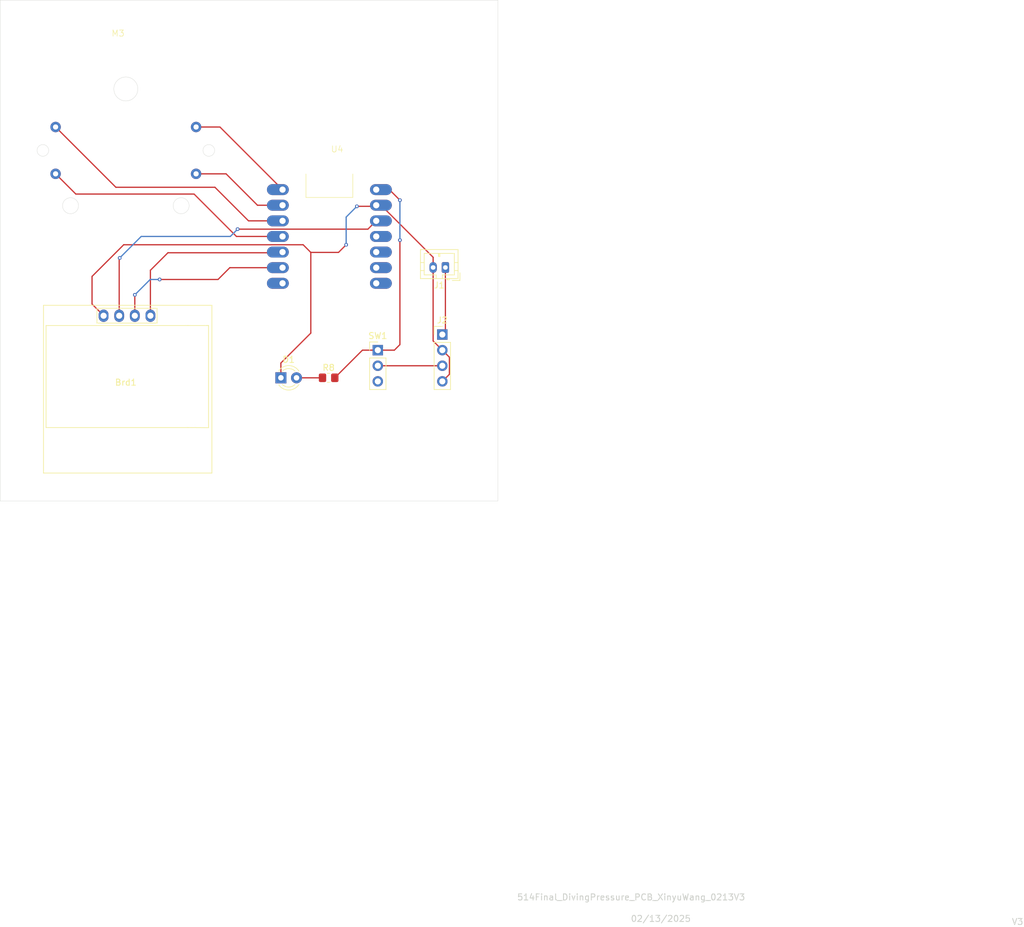
<source format=kicad_pcb>
(kicad_pcb (version 20240108) (generator "pcbnew") (generator_version "8.0")
  (layers (0 "F.Cu" signal) (31 "B.Cu" signal) (34 "B.Paste" user) (35 "F.Paste" user) (36 "B.SilkS" user "B.Silkscreen") (37 "F.SilkS" user "F.Silkscreen") (38 "B.Mask" user) (39 "F.Mask" user) (44 "Edge.Cuts" user))
  (net 0 "")
  (net 1 "Net-(Brd1-SCL)")
  (net 2 "GND")
  (net 3 "Net-(D1-A)")
  (net 4 "Net-(U4-PA10_A2_D2)")
  (net 5 "Net-(U4-PA11_A3_D3)")
  (net 6 "Net-(M3--)")
  (net 7 "Net-(SW1-A)")
  (net 8 "+5V")
  (net 9 "Net-(Brd1-SDA)")
  (net 10 "Net-(U4-PA02_A0_D0)")
  (net 13 "unconnected-(U4-GND-Pad13)")
  (net 15 "unconnected-(U4-5V-Pad14)")
  (net 16 "/3.7V")
  (net 17 "Net-(Brd1-VCC)")
  (footprint "Connector_PinHeader_2.54mm:PinHeader_1x04_P2.54mm_Vertical" (layer "F.Cu") (at 176.402527 97.862527)
    (property "Reference" "J2" (at 0 -2.33 0) (layer "F.SilkS"))
    (property "Value" "DC-DC_Boost")
    (fp_line (start -1.33 -1.33) (end 0 -1.33) (stroke (width 0.12)) (layer "F.SilkS"))
    (fp_line (start -1.33 0) (end -1.33 -1.33) (stroke (width 0.12)) (layer "F.SilkS"))
    (fp_line (start -1.33 1.27) (end -1.33 8.95) (stroke (width 0.12)) (layer "F.SilkS"))
    (fp_line (start -1.33 1.27) (end 1.33 1.27) (stroke (width 0.12)) (layer "F.SilkS"))
    (fp_line (start -1.33 8.95) (end 1.33 8.95) (stroke (width 0.12)) (layer "F.SilkS"))
    (fp_line (start 1.33 1.27) (end 1.33 8.95) (stroke (width 0.12)) (layer "F.SilkS"))
    (pad "1" thru_hole rect (at 0 0) (size 1.7 1.7) (drill 1) (layers "*.Cu" "*.Mask") (net 16 "/3.7V"))
    (pad "2" thru_hole oval (at 0 2.54) (size 1.7 1.7) (drill 1) (layers "*.Cu" "*.Mask") (net 2 "GND"))
    (pad "3" thru_hole oval (at 0 5.08) (size 1.7 1.7) (drill 1) (layers "*.Cu" "*.Mask") (net 8 "+5V"))
    (pad "4" thru_hole oval (at 0 7.62) (size 1.7 1.7) (drill 1) (layers "*.Cu" "*.Mask") (net 2 "GND"))
  )
  (footprint "Resistor_SMD:R_0805_2012Metric_Pad1.20x1.40mm_HandSolder" (layer "F.Cu") (at 157.902527 104.902527)
    (property "Reference" "R8" (at 0 -1.65 0) (layer "F.SilkS"))
    (property "Value" "4.7k")
    (fp_line (start -0.227064 -0.735) (end 0.227064 -0.735) (stroke (width 0.12)) (layer "F.SilkS"))
    (fp_line (start -0.227064 0.735) (end 0.227064 0.735) (stroke (width 0.12)) (layer "F.SilkS"))
    (pad "1" smd roundrect (at -1 0) (size 1.2 1.4) (layers "F.Cu" "F.Paste" "F.Mask") (roundrect_rratio 0.208333) (net 3 "Net-(D1-A)"))
    (pad "2" smd roundrect (at 1 0) (size 1.2 1.4) (layers "F.Cu" "F.Paste" "F.Mask") (roundrect_rratio 0.208333) (net 7 "Net-(SW1-A)"))
  )
  (footprint "SSD1306:128x64OLED" (layer "F.Cu") (at 124.902527 105.402527)
    (property "Reference" "Brd1" (at 0 0.254 0) (layer "F.SilkS"))
    (property "Value" "SSD1306")
    (fp_line (start -13.4 -12.3) (end 14 -12.3) (stroke (width 0.12)) (layer "F.SilkS"))
    (fp_line (start -13.4 15) (end -13.4 -12.3) (stroke (width 0.12)) (layer "F.SilkS"))
    (fp_line (start -12.978 -9.005) (end 10.122 -9.005) (stroke (width 0.12)) (layer "F.SilkS"))
    (fp_line (start -12.978 7.595) (end -12.978 -9.005) (stroke (width 0.12)) (layer "F.SilkS"))
    (fp_line (start -4.699 -11.811) (end -4.699 -9.398) (stroke (width 0.12)) (layer "F.SilkS"))
    (fp_line (start -4.699 -11.811) (end 5.08 -11.811) (stroke (width 0.12)) (layer "F.SilkS"))
    (fp_line (start 5.08 -11.811) (end 5.08 -9.398) (stroke (width 0.12)) (layer "F.SilkS"))
    (fp_line (start 5.08 -9.398) (end -4.699 -9.398) (stroke (width 0.12)) (layer "F.SilkS"))
    (fp_line (start 10.122 -9.005) (end 13.208 -9.005) (stroke (width 0.12)) (layer "F.SilkS"))
    (fp_line (start 10.122 7.595) (end -12.978 7.595) (stroke (width 0.12)) (layer "F.SilkS"))
    (fp_line (start 10.122 7.595) (end 13.462 7.62) (stroke (width 0.12)) (layer "F.SilkS"))
    (fp_line (start 13.462 -9.017) (end 13.208 -9.005) (stroke (width 0.12)) (layer "F.SilkS"))
    (fp_line (start 13.462 7.62) (end 13.462 -9.017) (stroke (width 0.12)) (layer "F.SilkS"))
    (fp_line (start 14 -12.3) (end 14 15) (stroke (width 0.12)) (layer "F.SilkS"))
    (fp_line (start 14 15) (end -13.4 15) (stroke (width 0.12)) (layer "F.SilkS"))
    (pad "1" thru_hole oval (at -3.62 -10.6 90) (size 2 1.6) (drill 1) (layers "*.Cu" "*.Mask") (net 2 "GND"))
    (pad "2" thru_hole oval (at -1.08 -10.6 90) (size 2 1.6) (drill 1) (layers "*.Cu" "*.Mask") (net 17 "Net-(Brd1-VCC)"))
    (pad "3" thru_hole oval (at 1.46 -10.6 90) (size 2 1.6) (drill 1) (layers "*.Cu" "*.Mask") (net 1 "Net-(Brd1-SCL)"))
    (pad "4" thru_hole oval (at 4 -10.6 90) (size 2 1.6) (drill 1) (layers "*.Cu" "*.Mask") (net 9 "Net-(Brd1-SDA)"))
  )
  (footprint "xiao:XIAO_ESP32_SENSE" (layer "F.Cu") (at 158.022527 81.902527)
    (property "Reference" "U4" (at 1.27 -14.2 0) (layer "F.SilkS") (effects (font (thickness 0.1))))
    (property "Value" "SeeeduinoXIAO")
    (fp_line (start -3.81 -10.16) (end -3.81 -6.35) (stroke (width 0.1)) (layer "F.SilkS"))
    (fp_line (start -3.81 -6.35) (end 3.81 -6.35) (stroke (width 0.1)) (layer "F.SilkS"))
    (fp_line (start 3.81 -6.35) (end 3.81 -10.16) (stroke (width 0.1)) (layer "F.SilkS"))
    (pad "1" thru_hole oval (at -7.62 -7.62) (size 3.556 1.778) (drill 1.016 (offset -0.762 0)) (layers "*.Cu" "*.Mask") (net 10 "Net-(U4-PA02_A0_D0)"))
    (pad "2" thru_hole oval (at -7.62 -5.08) (size 3.556 1.778) (drill 1.016 (offset -0.762 0)) (layers "*.Cu" "*.Mask") (net 6 "Net-(M3--)"))
    (pad "3" thru_hole oval (at -7.62 -2.54) (size 3.556 1.778) (drill 1.016 (offset -0.762 0)) (layers "*.Cu" "*.Mask") (net 4 "Net-(U4-PA10_A2_D2)"))
    (pad "4" thru_hole oval (at -7.62 0) (size 3.556 1.778) (drill 1.016 (offset -0.762 0)) (layers "*.Cu" "*.Mask") (net 5 "Net-(U4-PA11_A3_D3)"))
    (pad "5" thru_hole oval (at -7.62 2.54) (size 3.556 1.778) (drill 1.016 (offset -0.762 0)) (layers "*.Cu" "*.Mask") (net 9 "Net-(Brd1-SDA)"))
    (pad "6" thru_hole oval (at -7.62 5.08) (size 3.556 1.778) (drill 1.016 (offset -0.762 0)) (layers "*.Cu" "*.Mask") (net 1 "Net-(Brd1-SCL)"))
    (pad "7" thru_hole oval (at -7.62 7.62) (size 3.556 1.778) (drill 1.016 (offset -0.762 0)) (layers "*.Cu" "*.Mask"))
    (pad "8" thru_hole oval (at 7.62 -7.62) (size 3.556 1.778) (drill 1.016 (offset 0.762 0)) (layers "*.Cu" "*.Mask") (net 7 "Net-(SW1-A)"))
    (pad "9" thru_hole oval (at 7.62 -5.08) (size 3.556 1.778) (drill 1.016 (offset 0.762 0)) (layers "*.Cu" "*.Mask") (net 2 "GND"))
    (pad "10" thru_hole oval (at 7.62 -2.54) (size 3.556 1.778) (drill 1.016 (offset 0.762 0)) (layers "*.Cu" "*.Mask") (net 17 "Net-(Brd1-VCC)"))
    (pad "11" thru_hole oval (at 7.62 0) (size 3.556 1.778) (drill 1.016 (offset 0.762 0)) (layers "*.Cu" "*.Mask"))
    (pad "12" thru_hole oval (at 7.62 2.54) (size 3.556 1.778) (drill 1.016 (offset 0.762 0)) (layers "*.Cu" "*.Mask"))
    (pad "13" thru_hole oval (at 7.62 5.08) (size 3.556 1.778) (drill 1.016 (offset 0.762 0)) (layers "*.Cu" "*.Mask") (net 13 "unconnected-(U4-GND-Pad13)"))
    (pad "14" thru_hole oval (at 7.62 7.62) (size 3.556 1.778) (drill 1.016 (offset 0.762 0)) (layers "*.Cu" "*.Mask") (net 15 "unconnected-(U4-5V-Pad14)"))
  )
  (footprint "steppermotorx27:x27_stepper_two_holes" (layer "F.Cu") (at 127.442527 78.062527)
    (property "Reference" "M3" (at -3.81 -29.21 0) (layer "F.SilkS") (effects (font (thickness 0.1))))
    (property "Value" "Stepper_Motor_bipolar")
    (fp_circle (center -16.04 -10.16) (end -15.09 -10.16) (stroke (width 0.05)) (fill none) (layer "Edge.Cuts"))
    (fp_circle (center -11.54 -1.16) (end -10.24 -1.16) (stroke (width 0.05)) (fill none) (layer "Edge.Cuts"))
    (fp_circle (center -2.54 -20.16) (end -0.59 -20.16) (stroke (width 0.05)) (fill none) (layer "Edge.Cuts"))
    (fp_circle (center 6.46 -1.16) (end 7.76 -1.16) (stroke (width 0.05)) (fill none) (layer "Edge.Cuts"))
    (fp_circle (center 10.96 -10.16) (end 11.91 -10.16) (stroke (width 0.05)) (fill none) (layer "Edge.Cuts"))
    (pad "1" thru_hole circle (at 8.89 -13.97) (size 1.7 1.7) (drill 0.85) (layers "*.Cu" "*.Mask") (net 10 "Net-(U4-PA02_A0_D0)"))
    (pad "2" thru_hole circle (at 8.89 -6.35) (size 1.7 1.7) (drill 0.85) (layers "*.Cu" "*.Mask") (net 6 "Net-(M3--)"))
    (pad "3" thru_hole circle (at -13.97 -13.97) (size 1.7 1.7) (drill 0.85) (layers "*.Cu" "*.Mask") (net 4 "Net-(U4-PA10_A2_D2)"))
    (pad "4" thru_hole circle (at -13.97 -6.35) (size 1.7 1.7) (drill 0.85) (layers "*.Cu" "*.Mask") (net 5 "Net-(U4-PA11_A3_D3)"))
  )
  (footprint "Connector_PinHeader_2.54mm:PinHeader_1x03_P2.54mm_Vertical" (layer "F.Cu") (at 165.902527 100.402527)
    (property "Reference" "SW1" (at 0 -2.33 0) (layer "F.SilkS"))
    (property "Value" "SW_SPDT")
    (fp_line (start -1.33 -1.33) (end 0 -1.33) (stroke (width 0.12)) (layer "F.SilkS"))
    (fp_line (start -1.33 0) (end -1.33 -1.33) (stroke (width 0.12)) (layer "F.SilkS"))
    (fp_line (start -1.33 1.27) (end -1.33 6.41) (stroke (width 0.12)) (layer "F.SilkS"))
    (fp_line (start -1.33 1.27) (end 1.33 1.27) (stroke (width 0.12)) (layer "F.SilkS"))
    (fp_line (start -1.33 6.41) (end 1.33 6.41) (stroke (width 0.12)) (layer "F.SilkS"))
    (fp_line (start 1.33 1.27) (end 1.33 6.41) (stroke (width 0.12)) (layer "F.SilkS"))
    (pad "1" thru_hole rect (at 0 0) (size 1.7 1.7) (drill 1) (layers "*.Cu" "*.Mask") (net 7 "Net-(SW1-A)"))
    (pad "2" thru_hole oval (at 0 2.54) (size 1.7 1.7) (drill 1) (layers "*.Cu" "*.Mask") (net 8 "+5V"))
    (pad "3" thru_hole oval (at 0 5.08) (size 1.7 1.7) (drill 1) (layers "*.Cu" "*.Mask"))
  )
  (footprint "LED_THT:LED_D3.0mm" (layer "F.Cu") (at 150.132527 104.902527)
    (property "Reference" "D1" (at 1.27 -2.96 0) (layer "F.SilkS"))
    (property "Value" "LED")
    (fp_line (start -0.29 -1.236) (end -0.29 -1.08) (stroke (width 0.12)) (layer "F.SilkS"))
    (fp_line (start -0.29 1.08) (end -0.29 1.236) (stroke (width 0.12)) (layer "F.SilkS"))
    (fp_arc (start -0.29 -1.235516) (mid 1.365624 -1.987701) (end 2.941397 -1.080061) (stroke (width 0.12)) (layer "F.SilkS"))
    (fp_arc (start 0.229039 -1.08) (mid 1.269965 -1.5) (end 2.31091 -1.080049) (stroke (width 0.12)) (layer "F.SilkS"))
    (fp_arc (start 2.31091 1.080049) (mid 1.269965 1.5) (end 0.229039 1.08) (stroke (width 0.12)) (layer "F.SilkS"))
    (fp_arc (start 2.941397 1.080061) (mid 1.365624 1.987701) (end -0.29 1.235516) (stroke (width 0.12)) (layer "F.SilkS"))
    (pad "1" thru_hole rect (at 0 0) (size 1.8 1.8) (drill 0.9) (layers "*.Cu" "*.Mask") (net 2 "GND"))
    (pad "2" thru_hole circle (at 2.54 0) (size 1.8 1.8) (drill 0.9) (layers "*.Cu" "*.Mask") (net 3 "Net-(D1-A)"))
  )
  (footprint "Connector_JST:JST_PH_B2B-PH-K_1x02_P2.00mm_Vertical" (layer "F.Cu") (at 176.902527 86.952527 180)
    (property "Reference" "J1" (at 1 -2.9 0) (layer "F.SilkS"))
    (property "Value" "LiPo_Battery")
    (fp_line (start 4.06 2.91) (end 4.06 -1.81) (stroke (width 0.12)) (layer "F.SilkS"))
    (fp_line (start 4.06 0.8) (end 3.45 0.8) (stroke (width 0.12)) (layer "F.SilkS"))
    (fp_line (start 4.06 -0.5) (end 3.45 -0.5) (stroke (width 0.12)) (layer "F.SilkS"))
    (fp_line (start 4.06 -1.81) (end -2.06 -1.81) (stroke (width 0.12)) (layer "F.SilkS"))
    (fp_line (start 3.45 2.3) (end 3.45 -1.2) (stroke (width 0.12)) (layer "F.SilkS"))
    (fp_line (start 3.45 -1.2) (end 1.5 -1.2) (stroke (width 0.12)) (layer "F.SilkS"))
    (fp_line (start 1.5 -1.2) (end 1.5 -1.81) (stroke (width 0.12)) (layer "F.SilkS"))
    (fp_line (start 1.1 1.8) (end 1.1 2.3) (stroke (width 0.12)) (layer "F.SilkS"))
    (fp_line (start 1 2.3) (end 1 1.8) (stroke (width 0.12)) (layer "F.SilkS"))
    (fp_line (start 0.9 2.3) (end 0.9 1.8) (stroke (width 0.12)) (layer "F.SilkS"))
    (fp_line (start 0.9 1.8) (end 1.1 1.8) (stroke (width 0.12)) (layer "F.SilkS"))
    (fp_line (start 0.5 -1.2) (end -1.45 -1.2) (stroke (width 0.12)) (layer "F.SilkS"))
    (fp_line (start 0.5 -1.81) (end 0.5 -1.2) (stroke (width 0.12)) (layer "F.SilkS"))
    (fp_line (start -0.3 -1.81) (end -0.3 -2.01) (stroke (width 0.12)) (layer "F.SilkS"))
    (fp_line (start -0.3 -1.91) (end -0.6 -1.91) (stroke (width 0.12)) (layer "F.SilkS"))
    (fp_line (start -0.3 -2.01) (end -0.6 -2.01) (stroke (width 0.12)) (layer "F.SilkS"))
    (fp_line (start -0.6 -2.01) (end -0.6 -1.81) (stroke (width 0.12)) (layer "F.SilkS"))
    (fp_line (start -1.11 -2.11) (end -2.36 -2.11) (stroke (width 0.12)) (layer "F.SilkS"))
    (fp_line (start -1.45 2.3) (end 3.45 2.3) (stroke (width 0.12)) (layer "F.SilkS"))
    (fp_line (start -1.45 -1.2) (end -1.45 2.3) (stroke (width 0.12)) (layer "F.SilkS"))
    (fp_line (start -2.06 2.91) (end 4.06 2.91) (stroke (width 0.12)) (layer "F.SilkS"))
    (fp_line (start -2.06 0.8) (end -1.45 0.8) (stroke (width 0.12)) (layer "F.SilkS"))
    (fp_line (start -2.06 -0.5) (end -1.45 -0.5) (stroke (width 0.12)) (layer "F.SilkS"))
    (fp_line (start -2.06 -1.81) (end -2.06 2.91) (stroke (width 0.12)) (layer "F.SilkS"))
    (fp_line (start -2.36 -2.11) (end -2.36 -0.86) (stroke (width 0.12)) (layer "F.SilkS"))
    (pad "1" thru_hole roundrect (at 0 0 180) (size 1.2 1.75) (drill 0.75) (layers "*.Cu" "*.Mask") (roundrect_rratio 0.208333) (net 16 "/3.7V"))
    (pad "2" thru_hole oval (at 2 0 180) (size 1.2 1.75) (drill 0.75) (layers "*.Cu" "*.Mask") (net 2 "GND"))
  )
  (gr_rect (start 104.451264 43.451264) (end 185.451264 124.951264) (stroke (width 0.05)) (fill none) (layer "Edge.Cuts"))
  (gr_text "V3" (at 269 194 0) (layer "Edge.Cuts") (effects (font (size 1 1)) (justify left bottom)))
  (gr_text "02/13/2025" (at 207 193.5 0) (layer "Edge.Cuts") (effects (font (size 1 1)) (justify left bottom)))
  (gr_text "514Final_DivingPressure_PCB_XinyuWang_0213V3" (at 188.5 190 0) (layer "Edge.Cuts") (effects (font (size 1 1)) (justify left bottom)))
  (segment (start 126.362527 91.402527) (end 126.362527 94.802527) (width 0.2) (layer "F.Cu") (net 1))
  (segment (start 141.822527 86.982527) (end 139.902527 88.902527) (width 0.2) (layer "F.Cu") (net 1))
  (segment (start 139.902527 88.902527) (end 130.402527 88.902527) (width 0.2) (layer "F.Cu") (net 1))
  (segment (start 150.402527 86.982527) (end 141.822527 86.982527) (width 0.2) (layer "F.Cu") (net 1))
  (via (at 130.402527 88.902527) (size 0.6) (drill 0.3) (layers "F.Cu" "B.Cu") (net 1))
  (via (at 126.362527 91.402527) (size 0.6) (drill 0.3) (layers "F.Cu" "B.Cu") (net 1))
  (segment (start 128.862527 88.902527) (end 126.362527 91.402527) (width 0.2) (layer "B.Cu") (net 1))
  (segment (start 130.402527 88.902527) (end 128.862527 88.902527) (width 0.2) (layer "B.Cu") (net 1))
  (segment (start 177.552527 104.332527) (end 176.402527 105.482527) (width 0.2) (layer "F.Cu") (net 2))
  (segment (start 177.552527 101.552527) (end 177.552527 104.332527) (width 0.2) (layer "F.Cu") (net 2))
  (segment (start 150.132527 102.492527) (end 155 97.625054) (width 0.2) (layer "F.Cu") (net 2))
  (segment (start 166.435027 76.822527) (end 165.642527 76.822527) (width 0.2) (layer "F.Cu") (net 2))
  (segment (start 153.753527 83.253527) (end 155 84.5) (width 0.2) (layer "F.Cu") (net 2))
  (segment (start 155 97.625054) (end 155 84.5) (width 0.2) (layer "F.Cu") (net 2))
  (segment (start 159.507054 84.5) (end 160.753527 83.253527) (width 0.2) (layer "F.Cu") (net 2))
  (segment (start 176.402527 100.402527) (end 177.552527 101.552527) (width 0.2) (layer "F.Cu") (net 2))
  (segment (start 174.902527 98.902527) (end 176.402527 100.402527) (width 0.2) (layer "F.Cu") (net 2))
  (segment (start 174.902527 85.290027) (end 166.435027 76.822527) (width 0.2) (layer "F.Cu") (net 2))
  (segment (start 174.902527 86.952527) (end 174.902527 98.902527) (width 0.2) (layer "F.Cu") (net 2))
  (segment (start 119.402527 92.902527) (end 119.402527 88.402527) (width 0.2) (layer "F.Cu") (net 2))
  (segment (start 119.402527 88.402527) (end 124.551527 83.253527) (width 0.2) (layer "F.Cu") (net 2))
  (segment (start 162.5 77) (end 165.465054 77) (width 0.2) (layer "F.Cu") (net 2))
  (segment (start 165.465054 77) (end 165.642527 76.822527) (width 0.2) (layer "F.Cu") (net 2))
  (segment (start 121.282527 94.782527) (end 119.402527 92.902527) (width 0.2) (layer "F.Cu") (net 2))
  (segment (start 121.282527 94.802527) (end 121.282527 94.782527) (width 0.2) (layer "F.Cu") (net 2))
  (segment (start 155 84.5) (end 159.507054 84.5) (width 0.2) (layer "F.Cu") (net 2))
  (segment (start 174.902527 86.952527) (end 174.902527 85.290027) (width 0.2) (layer "F.Cu") (net 2))
  (segment (start 124.551527 83.253527) (end 153.753527 83.253527) (width 0.2) (layer "F.Cu") (net 2))
  (segment (start 150.132527 104.902527) (end 150.132527 102.492527) (width 0.2) (layer "F.Cu") (net 2))
  (via (at 162.5 77) (size 0.6) (drill 0.3) (layers "F.Cu" "B.Cu") (net 2))
  (via (at 160.753527 83.253527) (size 0.6) (drill 0.3) (layers "F.Cu" "B.Cu") (net 2))
  (segment (start 160.753527 78.746473) (end 162.5 77) (width 0.2) (layer "B.Cu") (net 2))
  (segment (start 160.753527 83.253527) (end 160.753527 78.746473) (width 0.2) (layer "B.Cu") (net 2))
  (segment (start 165.465054 77) (end 165.642527 76.822527) (width 0.2) (layer "B.Cu") (net 2))
  (segment (start 156.902527 104.902527) (end 152.672527 104.902527) (width 0.2) (layer "F.Cu") (net 3))
  (segment (start 139.402527 73.902527) (end 123.282527 73.902527) (width 0.2) (layer "F.Cu") (net 4))
  (segment (start 150.402527 79.362527) (end 144.862527 79.362527) (width 0.2) (layer "F.Cu") (net 4))
  (segment (start 144.862527 79.362527) (end 139.402527 73.902527) (width 0.2) (layer "F.Cu") (net 4))
  (segment (start 123.282527 73.902527) (end 113.472527 64.092527) (width 0.2) (layer "F.Cu") (net 4))
  (segment (start 150.402527 81.902527) (end 142.902527 81.902527) (width 0.2) (layer "F.Cu") (net 5))
  (segment (start 136 75) (end 116.76 75) (width 0.2) (layer "F.Cu") (net 5))
  (segment (start 142.902527 81.902527) (end 136 75) (width 0.2) (layer "F.Cu") (net 5))
  (segment (start 116.76 75) (end 113.472527 71.712527) (width 0.2) (layer "F.Cu") (net 5))
  (segment (start 141.212527 71.712527) (end 136.332527 71.712527) (width 0.2) (layer "F.Cu") (net 6))
  (segment (start 150.402527 76.822527) (end 146.322527 76.822527) (width 0.2) (layer "F.Cu") (net 6))
  (segment (start 146.322527 76.822527) (end 141.212527 71.712527) (width 0.2) (layer "F.Cu") (net 6))
  (segment (start 163.402527 100.402527) (end 158.902527 104.902527) (width 0.2) (layer "F.Cu") (net 7))
  (segment (start 165.902527 100.402527) (end 163.402527 100.402527) (width 0.2) (layer "F.Cu") (net 7))
  (segment (start 169.5 99.5) (end 169.5 82.5) (width 0.2) (layer "F.Cu") (net 7))
  (segment (start 169.5 76) (end 167.782527 74.282527) (width 0.2) (layer "F.Cu") (net 7))
  (segment (start 165.902527 100.402527) (end 168.597473 100.402527) (width 0.2) (layer "F.Cu") (net 7))
  (segment (start 167.782527 74.282527) (end 165.642527 74.282527) (width 0.2) (layer "F.Cu") (net 7))
  (segment (start 168.597473 100.402527) (end 169.5 99.5) (width 0.2) (layer "F.Cu") (net 7))
  (via (at 169.5 76) (size 0.6) (drill 0.3) (layers "F.Cu" "B.Cu") (net 7))
  (via (at 169.5 82.5) (size 0.6) (drill 0.3) (layers "F.Cu" "B.Cu") (net 7))
  (segment (start 169.5 82.5) (end 169.5 76) (width 0.2) (layer "B.Cu") (net 7))
  (segment (start 165.902527 102.942527) (end 176.402527 102.942527) (width 0.2) (layer "F.Cu") (net 8))
  (segment (start 131.753027 84.552027) (end 128.902527 87.402527) (width 0.2) (layer "F.Cu") (net 9))
  (segment (start 128.902527 87.402527) (end 128.902527 94.802527) (width 0.2) (layer "F.Cu") (net 9))
  (segment (start 150.293027 84.552027) (end 131.753027 84.552027) (width 0.2) (layer "F.Cu") (net 9))
  (segment (start 150.402527 84.442527) (end 150.293027 84.552027) (width 0.2) (layer "F.Cu") (net 9))
  (segment (start 150.402527 74.282527) (end 140.212527 64.092527) (width 0.2) (layer "F.Cu") (net 10))
  (segment (start 140.212527 64.092527) (end 136.332527 64.092527) (width 0.2) (layer "F.Cu") (net 10))
  (segment (start 165.642527 86.982527) (end 165.672527 86.952527) (width 0.2) (layer "F.Cu") (net 13))
  (segment (start 165.642527 89.522527) (end 165.902527 89.782527) (width 0.2) (layer "F.Cu") (net 15))
  (segment (start 176.902527 86.952527) (end 176.902527 97.362527) (width 0.2) (layer "F.Cu") (net 16))
  (segment (start 176.902527 97.362527) (end 176.402527 97.862527) (width 0.2) (layer "F.Cu") (net 16))
  (segment (start 143.091527 80.713527) (end 164.291527 80.713527) (width 0.2) (layer "F.Cu") (net 17))
  (segment (start 164.291527 80.713527) (end 165.642527 79.362527) (width 0.2) (layer "F.Cu") (net 17))
  (segment (start 123.902527 85.402527) (end 123.822527 85.482527) (width 0.2) (layer "F.Cu") (net 17))
  (segment (start 123.822527 85.482527) (end 123.822527 94.802527) (width 0.2) (layer "F.Cu") (net 17))
  (via (at 143.091527 80.713527) (size 0.6) (drill 0.3) (layers "F.Cu" "B.Cu") (net 17))
  (via (at 123.902527 85.402527) (size 0.6) (drill 0.3) (layers "F.Cu" "B.Cu") (net 17))
  (segment (start 143.091527 80.713527) (end 141.902527 81.902527) (width 0.2) (layer "B.Cu") (net 17))
  (segment (start 127.402527 81.902527) (end 123.902527 85.402527) (width 0.2) (layer "B.Cu") (net 17))
  (segment (start 141.902527 81.902527) (end 127.402527 81.902527) (width 0.2) (layer "B.Cu") (net 17))
)
</source>
